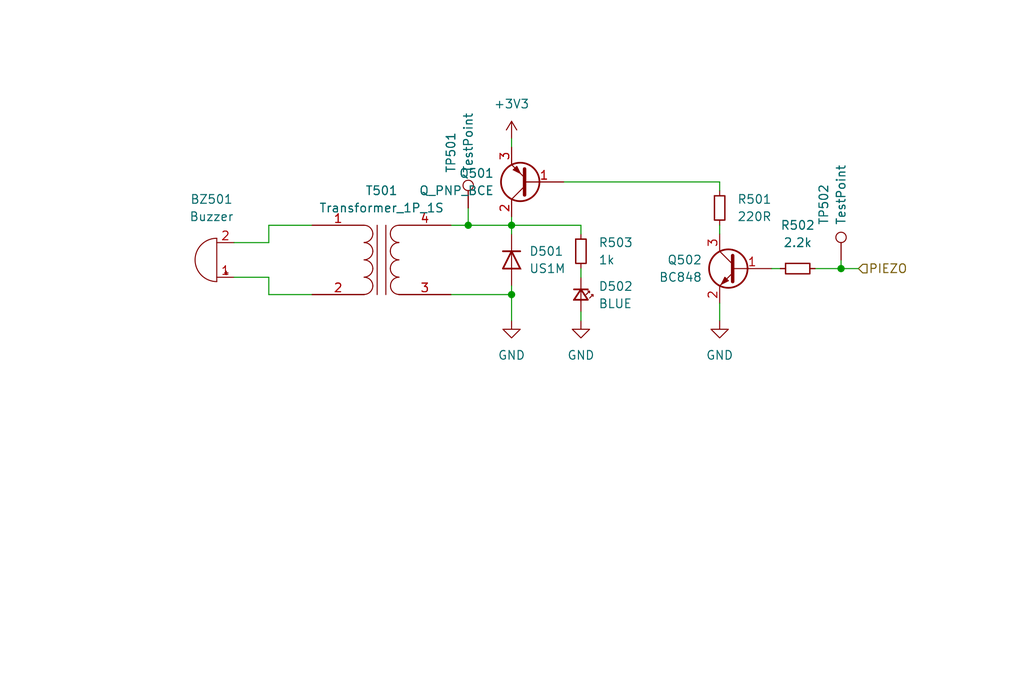
<source format=kicad_sch>
(kicad_sch (version 20211123) (generator eeschema)

  (uuid 94246e37-62b2-4a87-a3de-71d52cba7dd6)

  (paper "User" 150.012 99.9998)

  (lib_symbols
    (symbol "Connector:TestPoint" (pin_numbers hide) (pin_names (offset 0.762) hide) (in_bom yes) (on_board yes)
      (property "Reference" "TP" (id 0) (at 0 6.858 0)
        (effects (font (size 1.27 1.27)))
      )
      (property "Value" "TestPoint" (id 1) (at 0 5.08 0)
        (effects (font (size 1.27 1.27)))
      )
      (property "Footprint" "" (id 2) (at 5.08 0 0)
        (effects (font (size 1.27 1.27)) hide)
      )
      (property "Datasheet" "~" (id 3) (at 5.08 0 0)
        (effects (font (size 1.27 1.27)) hide)
      )
      (property "ki_keywords" "test point tp" (id 4) (at 0 0 0)
        (effects (font (size 1.27 1.27)) hide)
      )
      (property "ki_description" "test point" (id 5) (at 0 0 0)
        (effects (font (size 1.27 1.27)) hide)
      )
      (property "ki_fp_filters" "Pin* Test*" (id 6) (at 0 0 0)
        (effects (font (size 1.27 1.27)) hide)
      )
      (symbol "TestPoint_0_1"
        (circle (center 0 3.302) (radius 0.762)
          (stroke (width 0) (type default) (color 0 0 0 0))
          (fill (type none))
        )
      )
      (symbol "TestPoint_1_1"
        (pin passive line (at 0 0 90) (length 2.54)
          (name "1" (effects (font (size 1.27 1.27))))
          (number "1" (effects (font (size 1.27 1.27))))
        )
      )
    )
    (symbol "Device:Buzzer" (pin_names (offset 0.0254) hide) (in_bom yes) (on_board yes)
      (property "Reference" "BZ" (id 0) (at 3.81 1.27 0)
        (effects (font (size 1.27 1.27)) (justify left))
      )
      (property "Value" "Buzzer" (id 1) (at 3.81 -1.27 0)
        (effects (font (size 1.27 1.27)) (justify left))
      )
      (property "Footprint" "" (id 2) (at -0.635 2.54 90)
        (effects (font (size 1.27 1.27)) hide)
      )
      (property "Datasheet" "~" (id 3) (at -0.635 2.54 90)
        (effects (font (size 1.27 1.27)) hide)
      )
      (property "ki_keywords" "quartz resonator ceramic" (id 4) (at 0 0 0)
        (effects (font (size 1.27 1.27)) hide)
      )
      (property "ki_description" "Buzzer, polarized" (id 5) (at 0 0 0)
        (effects (font (size 1.27 1.27)) hide)
      )
      (property "ki_fp_filters" "*Buzzer*" (id 6) (at 0 0 0)
        (effects (font (size 1.27 1.27)) hide)
      )
      (symbol "Buzzer_0_1"
        (arc (start 0 -3.175) (mid 3.175 0) (end 0 3.175)
          (stroke (width 0) (type default) (color 0 0 0 0))
          (fill (type none))
        )
        (polyline
          (pts
            (xy -1.651 1.905)
            (xy -1.143 1.905)
          )
          (stroke (width 0) (type default) (color 0 0 0 0))
          (fill (type none))
        )
        (polyline
          (pts
            (xy -1.397 2.159)
            (xy -1.397 1.651)
          )
          (stroke (width 0) (type default) (color 0 0 0 0))
          (fill (type none))
        )
        (polyline
          (pts
            (xy 0 3.175)
            (xy 0 -3.175)
          )
          (stroke (width 0) (type default) (color 0 0 0 0))
          (fill (type none))
        )
      )
      (symbol "Buzzer_1_1"
        (pin passive line (at -2.54 2.54 0) (length 2.54)
          (name "-" (effects (font (size 1.27 1.27))))
          (number "1" (effects (font (size 1.27 1.27))))
        )
        (pin passive line (at -2.54 -2.54 0) (length 2.54)
          (name "+" (effects (font (size 1.27 1.27))))
          (number "2" (effects (font (size 1.27 1.27))))
        )
      )
    )
    (symbol "Device:LED_Small" (pin_numbers hide) (pin_names (offset 0.254) hide) (in_bom yes) (on_board yes)
      (property "Reference" "D" (id 0) (at -1.27 3.175 0)
        (effects (font (size 1.27 1.27)) (justify left))
      )
      (property "Value" "LED_Small" (id 1) (at -4.445 -2.54 0)
        (effects (font (size 1.27 1.27)) (justify left))
      )
      (property "Footprint" "" (id 2) (at 0 0 90)
        (effects (font (size 1.27 1.27)) hide)
      )
      (property "Datasheet" "~" (id 3) (at 0 0 90)
        (effects (font (size 1.27 1.27)) hide)
      )
      (property "ki_keywords" "LED diode light-emitting-diode" (id 4) (at 0 0 0)
        (effects (font (size 1.27 1.27)) hide)
      )
      (property "ki_description" "Light emitting diode, small symbol" (id 5) (at 0 0 0)
        (effects (font (size 1.27 1.27)) hide)
      )
      (property "ki_fp_filters" "LED* LED_SMD:* LED_THT:*" (id 6) (at 0 0 0)
        (effects (font (size 1.27 1.27)) hide)
      )
      (symbol "LED_Small_0_1"
        (polyline
          (pts
            (xy -0.762 -1.016)
            (xy -0.762 1.016)
          )
          (stroke (width 0.254) (type default) (color 0 0 0 0))
          (fill (type none))
        )
        (polyline
          (pts
            (xy 1.016 0)
            (xy -0.762 0)
          )
          (stroke (width 0) (type default) (color 0 0 0 0))
          (fill (type none))
        )
        (polyline
          (pts
            (xy 0.762 -1.016)
            (xy -0.762 0)
            (xy 0.762 1.016)
            (xy 0.762 -1.016)
          )
          (stroke (width 0.254) (type default) (color 0 0 0 0))
          (fill (type none))
        )
        (polyline
          (pts
            (xy 0 0.762)
            (xy -0.508 1.27)
            (xy -0.254 1.27)
            (xy -0.508 1.27)
            (xy -0.508 1.016)
          )
          (stroke (width 0) (type default) (color 0 0 0 0))
          (fill (type none))
        )
        (polyline
          (pts
            (xy 0.508 1.27)
            (xy 0 1.778)
            (xy 0.254 1.778)
            (xy 0 1.778)
            (xy 0 1.524)
          )
          (stroke (width 0) (type default) (color 0 0 0 0))
          (fill (type none))
        )
      )
      (symbol "LED_Small_1_1"
        (pin passive line (at -2.54 0 0) (length 1.778)
          (name "K" (effects (font (size 1.27 1.27))))
          (number "1" (effects (font (size 1.27 1.27))))
        )
        (pin passive line (at 2.54 0 180) (length 1.778)
          (name "A" (effects (font (size 1.27 1.27))))
          (number "2" (effects (font (size 1.27 1.27))))
        )
      )
    )
    (symbol "Device:Q_PNP_BCE" (pin_names (offset 0) hide) (in_bom yes) (on_board yes)
      (property "Reference" "Q" (id 0) (at 5.08 1.27 0)
        (effects (font (size 1.27 1.27)) (justify left))
      )
      (property "Value" "Q_PNP_BCE" (id 1) (at 5.08 -1.27 0)
        (effects (font (size 1.27 1.27)) (justify left))
      )
      (property "Footprint" "" (id 2) (at 5.08 2.54 0)
        (effects (font (size 1.27 1.27)) hide)
      )
      (property "Datasheet" "~" (id 3) (at 0 0 0)
        (effects (font (size 1.27 1.27)) hide)
      )
      (property "ki_keywords" "transistor PNP" (id 4) (at 0 0 0)
        (effects (font (size 1.27 1.27)) hide)
      )
      (property "ki_description" "PNP transistor, base/collector/emitter" (id 5) (at 0 0 0)
        (effects (font (size 1.27 1.27)) hide)
      )
      (symbol "Q_PNP_BCE_0_1"
        (polyline
          (pts
            (xy 0.635 0.635)
            (xy 2.54 2.54)
          )
          (stroke (width 0) (type default) (color 0 0 0 0))
          (fill (type none))
        )
        (polyline
          (pts
            (xy 0.635 -0.635)
            (xy 2.54 -2.54)
            (xy 2.54 -2.54)
          )
          (stroke (width 0) (type default) (color 0 0 0 0))
          (fill (type none))
        )
        (polyline
          (pts
            (xy 0.635 1.905)
            (xy 0.635 -1.905)
            (xy 0.635 -1.905)
          )
          (stroke (width 0.508) (type default) (color 0 0 0 0))
          (fill (type none))
        )
        (polyline
          (pts
            (xy 2.286 -1.778)
            (xy 1.778 -2.286)
            (xy 1.27 -1.27)
            (xy 2.286 -1.778)
            (xy 2.286 -1.778)
          )
          (stroke (width 0) (type default) (color 0 0 0 0))
          (fill (type outline))
        )
        (circle (center 1.27 0) (radius 2.8194)
          (stroke (width 0.254) (type default) (color 0 0 0 0))
          (fill (type none))
        )
      )
      (symbol "Q_PNP_BCE_1_1"
        (pin input line (at -5.08 0 0) (length 5.715)
          (name "B" (effects (font (size 1.27 1.27))))
          (number "1" (effects (font (size 1.27 1.27))))
        )
        (pin passive line (at 2.54 5.08 270) (length 2.54)
          (name "C" (effects (font (size 1.27 1.27))))
          (number "2" (effects (font (size 1.27 1.27))))
        )
        (pin passive line (at 2.54 -5.08 90) (length 2.54)
          (name "E" (effects (font (size 1.27 1.27))))
          (number "3" (effects (font (size 1.27 1.27))))
        )
      )
    )
    (symbol "Device:R_Small" (pin_numbers hide) (pin_names (offset 0.254) hide) (in_bom yes) (on_board yes)
      (property "Reference" "R" (id 0) (at 0.762 0.508 0)
        (effects (font (size 1.27 1.27)) (justify left))
      )
      (property "Value" "R_Small" (id 1) (at 0.762 -1.016 0)
        (effects (font (size 1.27 1.27)) (justify left))
      )
      (property "Footprint" "" (id 2) (at 0 0 0)
        (effects (font (size 1.27 1.27)) hide)
      )
      (property "Datasheet" "~" (id 3) (at 0 0 0)
        (effects (font (size 1.27 1.27)) hide)
      )
      (property "ki_keywords" "R resistor" (id 4) (at 0 0 0)
        (effects (font (size 1.27 1.27)) hide)
      )
      (property "ki_description" "Resistor, small symbol" (id 5) (at 0 0 0)
        (effects (font (size 1.27 1.27)) hide)
      )
      (property "ki_fp_filters" "R_*" (id 6) (at 0 0 0)
        (effects (font (size 1.27 1.27)) hide)
      )
      (symbol "R_Small_0_1"
        (rectangle (start -0.762 1.778) (end 0.762 -1.778)
          (stroke (width 0.2032) (type default) (color 0 0 0 0))
          (fill (type none))
        )
      )
      (symbol "R_Small_1_1"
        (pin passive line (at 0 2.54 270) (length 0.762)
          (name "~" (effects (font (size 1.27 1.27))))
          (number "1" (effects (font (size 1.27 1.27))))
        )
        (pin passive line (at 0 -2.54 90) (length 0.762)
          (name "~" (effects (font (size 1.27 1.27))))
          (number "2" (effects (font (size 1.27 1.27))))
        )
      )
    )
    (symbol "Device:Transformer_1P_1S" (pin_names (offset 1.016) hide) (in_bom yes) (on_board yes)
      (property "Reference" "T" (id 0) (at 0 6.35 0)
        (effects (font (size 1.27 1.27)))
      )
      (property "Value" "Transformer_1P_1S" (id 1) (at 0 -7.62 0)
        (effects (font (size 1.27 1.27)))
      )
      (property "Footprint" "" (id 2) (at 0 0 0)
        (effects (font (size 1.27 1.27)) hide)
      )
      (property "Datasheet" "~" (id 3) (at 0 0 0)
        (effects (font (size 1.27 1.27)) hide)
      )
      (property "ki_keywords" "transformer coil magnet" (id 4) (at 0 0 0)
        (effects (font (size 1.27 1.27)) hide)
      )
      (property "ki_description" "Transformer, single primary, single secondary" (id 5) (at 0 0 0)
        (effects (font (size 1.27 1.27)) hide)
      )
      (symbol "Transformer_1P_1S_0_1"
        (arc (start -2.54 -5.0546) (mid -1.6599 -4.6901) (end -1.27 -3.81)
          (stroke (width 0) (type default) (color 0 0 0 0))
          (fill (type none))
        )
        (arc (start -2.54 -2.5146) (mid -1.6599 -2.1501) (end -1.27 -1.27)
          (stroke (width 0) (type default) (color 0 0 0 0))
          (fill (type none))
        )
        (arc (start -2.54 0.0254) (mid -1.6599 0.3899) (end -1.27 1.27)
          (stroke (width 0) (type default) (color 0 0 0 0))
          (fill (type none))
        )
        (arc (start -2.54 2.5654) (mid -1.6599 2.9299) (end -1.27 3.81)
          (stroke (width 0) (type default) (color 0 0 0 0))
          (fill (type none))
        )
        (arc (start -1.27 -3.81) (mid -1.642 -2.912) (end -2.54 -2.54)
          (stroke (width 0) (type default) (color 0 0 0 0))
          (fill (type none))
        )
        (arc (start -1.27 -1.27) (mid -1.642 -0.372) (end -2.54 0)
          (stroke (width 0) (type default) (color 0 0 0 0))
          (fill (type none))
        )
        (arc (start -1.27 1.27) (mid -1.642 2.168) (end -2.54 2.54)
          (stroke (width 0) (type default) (color 0 0 0 0))
          (fill (type none))
        )
        (arc (start -1.27 3.81) (mid -1.642 4.708) (end -2.54 5.08)
          (stroke (width 0) (type default) (color 0 0 0 0))
          (fill (type none))
        )
        (polyline
          (pts
            (xy -0.635 5.08)
            (xy -0.635 -5.08)
          )
          (stroke (width 0) (type default) (color 0 0 0 0))
          (fill (type none))
        )
        (polyline
          (pts
            (xy 0.635 -5.08)
            (xy 0.635 5.08)
          )
          (stroke (width 0) (type default) (color 0 0 0 0))
          (fill (type none))
        )
        (arc (start 1.2954 -1.27) (mid 1.6599 -2.1501) (end 2.54 -2.5146)
          (stroke (width 0) (type default) (color 0 0 0 0))
          (fill (type none))
        )
        (arc (start 1.2954 1.27) (mid 1.6599 0.3899) (end 2.54 0.0254)
          (stroke (width 0) (type default) (color 0 0 0 0))
          (fill (type none))
        )
        (arc (start 1.2954 3.81) (mid 1.6599 2.9299) (end 2.54 2.5654)
          (stroke (width 0) (type default) (color 0 0 0 0))
          (fill (type none))
        )
        (arc (start 1.3208 -3.81) (mid 1.6853 -4.6901) (end 2.5654 -5.0546)
          (stroke (width 0) (type default) (color 0 0 0 0))
          (fill (type none))
        )
        (arc (start 2.54 0) (mid 1.642 -0.372) (end 1.2954 -1.27)
          (stroke (width 0) (type default) (color 0 0 0 0))
          (fill (type none))
        )
        (arc (start 2.54 2.54) (mid 1.642 2.168) (end 1.2954 1.27)
          (stroke (width 0) (type default) (color 0 0 0 0))
          (fill (type none))
        )
        (arc (start 2.54 5.08) (mid 1.642 4.708) (end 1.2954 3.81)
          (stroke (width 0) (type default) (color 0 0 0 0))
          (fill (type none))
        )
        (arc (start 2.5654 -2.54) (mid 1.6674 -2.912) (end 1.3208 -3.81)
          (stroke (width 0) (type default) (color 0 0 0 0))
          (fill (type none))
        )
      )
      (symbol "Transformer_1P_1S_1_1"
        (pin passive line (at -10.16 5.08 0) (length 7.62)
          (name "AA" (effects (font (size 1.27 1.27))))
          (number "1" (effects (font (size 1.27 1.27))))
        )
        (pin passive line (at -10.16 -5.08 0) (length 7.62)
          (name "AB" (effects (font (size 1.27 1.27))))
          (number "2" (effects (font (size 1.27 1.27))))
        )
        (pin passive line (at 10.16 -5.08 180) (length 7.62)
          (name "SA" (effects (font (size 1.27 1.27))))
          (number "3" (effects (font (size 1.27 1.27))))
        )
        (pin passive line (at 10.16 5.08 180) (length 7.62)
          (name "SB" (effects (font (size 1.27 1.27))))
          (number "4" (effects (font (size 1.27 1.27))))
        )
      )
    )
    (symbol "Diode:US1M" (pin_numbers hide) (pin_names (offset 1.016) hide) (in_bom yes) (on_board yes)
      (property "Reference" "D" (id 0) (at 0 2.54 0)
        (effects (font (size 1.27 1.27)))
      )
      (property "Value" "US1M" (id 1) (at 0 -2.54 0)
        (effects (font (size 1.27 1.27)))
      )
      (property "Footprint" "Diode_SMD:D_SMA" (id 2) (at 0 -4.445 0)
        (effects (font (size 1.27 1.27)) hide)
      )
      (property "Datasheet" "https://www.diodes.com/assets/Datasheets/ds16008.pdf" (id 3) (at 0 0 0)
        (effects (font (size 1.27 1.27)) hide)
      )
      (property "ki_keywords" "Ultra Fast" (id 4) (at 0 0 0)
        (effects (font (size 1.27 1.27)) hide)
      )
      (property "ki_description" "1000V, 1A, General Purpose Rectifier Diode, SMA(DO-214AC)" (id 5) (at 0 0 0)
        (effects (font (size 1.27 1.27)) hide)
      )
      (property "ki_fp_filters" "D*SMA*" (id 6) (at 0 0 0)
        (effects (font (size 1.27 1.27)) hide)
      )
      (symbol "US1M_0_1"
        (polyline
          (pts
            (xy -1.27 1.27)
            (xy -1.27 -1.27)
          )
          (stroke (width 0.254) (type default) (color 0 0 0 0))
          (fill (type none))
        )
        (polyline
          (pts
            (xy 1.27 0)
            (xy -1.27 0)
          )
          (stroke (width 0) (type default) (color 0 0 0 0))
          (fill (type none))
        )
        (polyline
          (pts
            (xy 1.27 1.27)
            (xy 1.27 -1.27)
            (xy -1.27 0)
            (xy 1.27 1.27)
          )
          (stroke (width 0.254) (type default) (color 0 0 0 0))
          (fill (type none))
        )
      )
      (symbol "US1M_1_1"
        (pin passive line (at -3.81 0 0) (length 2.54)
          (name "K" (effects (font (size 1.27 1.27))))
          (number "1" (effects (font (size 1.27 1.27))))
        )
        (pin passive line (at 3.81 0 180) (length 2.54)
          (name "A" (effects (font (size 1.27 1.27))))
          (number "2" (effects (font (size 1.27 1.27))))
        )
      )
    )
    (symbol "Transistor_BJT:BC848" (pin_names (offset 0) hide) (in_bom yes) (on_board yes)
      (property "Reference" "Q" (id 0) (at 5.08 1.905 0)
        (effects (font (size 1.27 1.27)) (justify left))
      )
      (property "Value" "BC848" (id 1) (at 5.08 0 0)
        (effects (font (size 1.27 1.27)) (justify left))
      )
      (property "Footprint" "Package_TO_SOT_SMD:SOT-23" (id 2) (at 5.08 -1.905 0)
        (effects (font (size 1.27 1.27) italic) (justify left) hide)
      )
      (property "Datasheet" "http://www.infineon.com/dgdl/Infineon-BC847SERIES_BC848SERIES_BC849SERIES_BC850SERIES-DS-v01_01-en.pdf?fileId=db3a304314dca389011541d4630a1657" (id 3) (at 0 0 0)
        (effects (font (size 1.27 1.27)) (justify left) hide)
      )
      (property "ki_keywords" "NPN Small Signal Transistor" (id 4) (at 0 0 0)
        (effects (font (size 1.27 1.27)) hide)
      )
      (property "ki_description" "0.1A Ic, 30V Vce, NPN Transistor, SOT-23" (id 5) (at 0 0 0)
        (effects (font (size 1.27 1.27)) hide)
      )
      (property "ki_fp_filters" "SOT?23*" (id 6) (at 0 0 0)
        (effects (font (size 1.27 1.27)) hide)
      )
      (symbol "BC848_0_1"
        (polyline
          (pts
            (xy 0.635 0.635)
            (xy 2.54 2.54)
          )
          (stroke (width 0) (type default) (color 0 0 0 0))
          (fill (type none))
        )
        (polyline
          (pts
            (xy 0.635 -0.635)
            (xy 2.54 -2.54)
            (xy 2.54 -2.54)
          )
          (stroke (width 0) (type default) (color 0 0 0 0))
          (fill (type none))
        )
        (polyline
          (pts
            (xy 0.635 1.905)
            (xy 0.635 -1.905)
            (xy 0.635 -1.905)
          )
          (stroke (width 0.508) (type default) (color 0 0 0 0))
          (fill (type none))
        )
        (polyline
          (pts
            (xy 1.27 -1.778)
            (xy 1.778 -1.27)
            (xy 2.286 -2.286)
            (xy 1.27 -1.778)
            (xy 1.27 -1.778)
          )
          (stroke (width 0) (type default) (color 0 0 0 0))
          (fill (type outline))
        )
        (circle (center 1.27 0) (radius 2.8194)
          (stroke (width 0.254) (type default) (color 0 0 0 0))
          (fill (type none))
        )
      )
      (symbol "BC848_1_1"
        (pin input line (at -5.08 0 0) (length 5.715)
          (name "B" (effects (font (size 1.27 1.27))))
          (number "1" (effects (font (size 1.27 1.27))))
        )
        (pin passive line (at 2.54 -5.08 90) (length 2.54)
          (name "E" (effects (font (size 1.27 1.27))))
          (number "2" (effects (font (size 1.27 1.27))))
        )
        (pin passive line (at 2.54 5.08 270) (length 2.54)
          (name "C" (effects (font (size 1.27 1.27))))
          (number "3" (effects (font (size 1.27 1.27))))
        )
      )
    )
    (symbol "power:+3V3" (power) (pin_names (offset 0)) (in_bom yes) (on_board yes)
      (property "Reference" "#PWR" (id 0) (at 0 -3.81 0)
        (effects (font (size 1.27 1.27)) hide)
      )
      (property "Value" "+3V3" (id 1) (at 0 3.556 0)
        (effects (font (size 1.27 1.27)))
      )
      (property "Footprint" "" (id 2) (at 0 0 0)
        (effects (font (size 1.27 1.27)) hide)
      )
      (property "Datasheet" "" (id 3) (at 0 0 0)
        (effects (font (size 1.27 1.27)) hide)
      )
      (property "ki_keywords" "power-flag" (id 4) (at 0 0 0)
        (effects (font (size 1.27 1.27)) hide)
      )
      (property "ki_description" "Power symbol creates a global label with name \"+3V3\"" (id 5) (at 0 0 0)
        (effects (font (size 1.27 1.27)) hide)
      )
      (symbol "+3V3_0_1"
        (polyline
          (pts
            (xy -0.762 1.27)
            (xy 0 2.54)
          )
          (stroke (width 0) (type default) (color 0 0 0 0))
          (fill (type none))
        )
        (polyline
          (pts
            (xy 0 0)
            (xy 0 2.54)
          )
          (stroke (width 0) (type default) (color 0 0 0 0))
          (fill (type none))
        )
        (polyline
          (pts
            (xy 0 2.54)
            (xy 0.762 1.27)
          )
          (stroke (width 0) (type default) (color 0 0 0 0))
          (fill (type none))
        )
      )
      (symbol "+3V3_1_1"
        (pin power_in line (at 0 0 90) (length 0) hide
          (name "+3V3" (effects (font (size 1.27 1.27))))
          (number "1" (effects (font (size 1.27 1.27))))
        )
      )
    )
    (symbol "power:GND" (power) (pin_names (offset 0)) (in_bom yes) (on_board yes)
      (property "Reference" "#PWR" (id 0) (at 0 -6.35 0)
        (effects (font (size 1.27 1.27)) hide)
      )
      (property "Value" "GND" (id 1) (at 0 -3.81 0)
        (effects (font (size 1.27 1.27)))
      )
      (property "Footprint" "" (id 2) (at 0 0 0)
        (effects (font (size 1.27 1.27)) hide)
      )
      (property "Datasheet" "" (id 3) (at 0 0 0)
        (effects (font (size 1.27 1.27)) hide)
      )
      (property "ki_keywords" "power-flag" (id 4) (at 0 0 0)
        (effects (font (size 1.27 1.27)) hide)
      )
      (property "ki_description" "Power symbol creates a global label with name \"GND\" , ground" (id 5) (at 0 0 0)
        (effects (font (size 1.27 1.27)) hide)
      )
      (symbol "GND_0_1"
        (polyline
          (pts
            (xy 0 0)
            (xy 0 -1.27)
            (xy 1.27 -1.27)
            (xy 0 -2.54)
            (xy -1.27 -1.27)
            (xy 0 -1.27)
          )
          (stroke (width 0) (type default) (color 0 0 0 0))
          (fill (type none))
        )
      )
      (symbol "GND_1_1"
        (pin power_in line (at 0 0 270) (length 0) hide
          (name "GND" (effects (font (size 1.27 1.27))))
          (number "1" (effects (font (size 1.27 1.27))))
        )
      )
    )
  )

  (junction (at 74.93 43.18) (diameter 0) (color 0 0 0 0)
    (uuid 118695eb-8d2c-4557-a4e4-7228cfdab45b)
  )
  (junction (at 123.19 39.37) (diameter 0) (color 0 0 0 0)
    (uuid d7483aa3-d3ab-47fd-951a-1f8adc1bbf6c)
  )
  (junction (at 74.93 33.02) (diameter 0) (color 0 0 0 0)
    (uuid dcc212a8-2e5c-4cf3-ab30-58f0efbcff0a)
  )
  (junction (at 68.58 33.02) (diameter 0) (color 0 0 0 0)
    (uuid e4bcd7f7-12e2-4120-91f1-41d07fdc6b6e)
  )

  (wire (pts (xy 85.09 34.29) (xy 85.09 33.02))
    (stroke (width 0) (type default) (color 0 0 0 0))
    (uuid 0d060598-9370-4123-9e80-73758a95cfdd)
  )
  (wire (pts (xy 113.03 39.37) (xy 114.3 39.37))
    (stroke (width 0) (type default) (color 0 0 0 0))
    (uuid 0db32d03-abd0-4233-88a2-88f92d799796)
  )
  (wire (pts (xy 34.29 35.56) (xy 39.37 35.56))
    (stroke (width 0) (type default) (color 0 0 0 0))
    (uuid 1fce39ee-867c-4951-9b2b-e1c37d572cbe)
  )
  (wire (pts (xy 68.58 33.02) (xy 68.58 30.48))
    (stroke (width 0) (type default) (color 0 0 0 0))
    (uuid 281a628c-9b56-4be5-b83b-76a35d181390)
  )
  (wire (pts (xy 74.93 20.32) (xy 74.93 21.59))
    (stroke (width 0) (type default) (color 0 0 0 0))
    (uuid 2aad44ad-a645-4e98-8f97-2a2fceb1017b)
  )
  (wire (pts (xy 66.04 43.18) (xy 74.93 43.18))
    (stroke (width 0) (type default) (color 0 0 0 0))
    (uuid 4ef98097-fb6a-4c39-9623-ecd48df32ed0)
  )
  (wire (pts (xy 105.41 26.67) (xy 105.41 27.94))
    (stroke (width 0) (type default) (color 0 0 0 0))
    (uuid 69b3686f-5506-421e-a503-89c04c917631)
  )
  (wire (pts (xy 105.41 44.45) (xy 105.41 46.99))
    (stroke (width 0) (type default) (color 0 0 0 0))
    (uuid 6c1fb03e-fc89-4e7f-bbc1-471f1e5af99e)
  )
  (wire (pts (xy 66.04 33.02) (xy 68.58 33.02))
    (stroke (width 0) (type default) (color 0 0 0 0))
    (uuid 75f69fa6-67a8-408c-ac45-2654fefdc7ab)
  )
  (wire (pts (xy 105.41 33.02) (xy 105.41 34.29))
    (stroke (width 0) (type default) (color 0 0 0 0))
    (uuid 7b122efd-0715-44fe-92bf-105d94a528b1)
  )
  (wire (pts (xy 82.55 26.67) (xy 105.41 26.67))
    (stroke (width 0) (type default) (color 0 0 0 0))
    (uuid 7df82e53-c12b-4455-8527-1e9bc2b78ea6)
  )
  (wire (pts (xy 119.38 39.37) (xy 123.19 39.37))
    (stroke (width 0) (type default) (color 0 0 0 0))
    (uuid 81400a26-8972-485d-8d2d-0a5e03246e17)
  )
  (wire (pts (xy 85.09 45.72) (xy 85.09 46.99))
    (stroke (width 0) (type default) (color 0 0 0 0))
    (uuid 83d3cf97-f250-45d9-94e8-fd8beaca1d49)
  )
  (wire (pts (xy 39.37 33.02) (xy 45.72 33.02))
    (stroke (width 0) (type default) (color 0 0 0 0))
    (uuid 86f7a29d-97a8-47c2-a6a4-296abd059395)
  )
  (wire (pts (xy 85.09 39.37) (xy 85.09 40.64))
    (stroke (width 0) (type default) (color 0 0 0 0))
    (uuid 890f82e4-d043-4e88-9116-cc2be655782a)
  )
  (wire (pts (xy 39.37 43.18) (xy 45.72 43.18))
    (stroke (width 0) (type default) (color 0 0 0 0))
    (uuid 9e280be0-2507-4518-af34-c18cde4066ec)
  )
  (wire (pts (xy 34.29 40.64) (xy 39.37 40.64))
    (stroke (width 0) (type default) (color 0 0 0 0))
    (uuid abb433a1-7ef2-401a-8839-e76d0b05eada)
  )
  (wire (pts (xy 74.93 33.02) (xy 74.93 34.29))
    (stroke (width 0) (type default) (color 0 0 0 0))
    (uuid ad3b09b7-d4d2-4afb-94a2-d7f202b7871e)
  )
  (wire (pts (xy 85.09 33.02) (xy 74.93 33.02))
    (stroke (width 0) (type default) (color 0 0 0 0))
    (uuid ae68e070-3a99-456c-8cd5-1833061e93d5)
  )
  (wire (pts (xy 74.93 31.75) (xy 74.93 33.02))
    (stroke (width 0) (type default) (color 0 0 0 0))
    (uuid b48a4cdb-ec42-4549-9e99-58beae2410f9)
  )
  (wire (pts (xy 68.58 33.02) (xy 74.93 33.02))
    (stroke (width 0) (type default) (color 0 0 0 0))
    (uuid c23ffac7-7905-4324-ae72-81bb4db1a98d)
  )
  (wire (pts (xy 123.19 38.1) (xy 123.19 39.37))
    (stroke (width 0) (type default) (color 0 0 0 0))
    (uuid c728e812-fe31-45af-a161-244258c4a89d)
  )
  (wire (pts (xy 74.93 43.18) (xy 74.93 46.99))
    (stroke (width 0) (type default) (color 0 0 0 0))
    (uuid cbf313a0-5da0-46b5-8385-fc322ed2e692)
  )
  (wire (pts (xy 39.37 40.64) (xy 39.37 43.18))
    (stroke (width 0) (type default) (color 0 0 0 0))
    (uuid e0598444-f16a-4645-94f3-79a0e9e48de0)
  )
  (wire (pts (xy 39.37 35.56) (xy 39.37 33.02))
    (stroke (width 0) (type default) (color 0 0 0 0))
    (uuid e2689148-8b67-4e43-93ef-4b1b927e5eec)
  )
  (wire (pts (xy 74.93 43.18) (xy 74.93 41.91))
    (stroke (width 0) (type default) (color 0 0 0 0))
    (uuid f395e634-e1de-4280-aa51-42ba45389f75)
  )
  (wire (pts (xy 123.19 39.37) (xy 125.73 39.37))
    (stroke (width 0) (type default) (color 0 0 0 0))
    (uuid fca86437-0cc1-4d3e-a38f-3409fca913ff)
  )

  (hierarchical_label "PIEZO" (shape input) (at 125.73 39.37 0)
    (effects (font (size 1.27 1.27)) (justify left))
    (uuid 734bcbed-0f63-4a7b-9930-c2c997a2a918)
  )

  (symbol (lib_id "power:GND") (at 85.09 46.99 0) (unit 1)
    (in_bom yes) (on_board yes) (fields_autoplaced)
    (uuid 05f99bf9-62a6-4ea4-8cb6-5ac1d8f28bd0)
    (property "Reference" "#PWR0134" (id 0) (at 85.09 53.34 0)
      (effects (font (size 1.27 1.27)) hide)
    )
    (property "Value" "GND" (id 1) (at 85.09 52.07 0))
    (property "Footprint" "" (id 2) (at 85.09 46.99 0)
      (effects (font (size 1.27 1.27)) hide)
    )
    (property "Datasheet" "" (id 3) (at 85.09 46.99 0)
      (effects (font (size 1.27 1.27)) hide)
    )
    (pin "1" (uuid b0dbc36d-fe1a-45d6-9914-c55a51dc0921))
  )

  (symbol (lib_id "Device:R_Small") (at 105.41 30.48 180) (unit 1)
    (in_bom yes) (on_board yes) (fields_autoplaced)
    (uuid 1094928b-6262-40a4-a663-5905322b01f3)
    (property "Reference" "R501" (id 0) (at 107.95 29.2099 0)
      (effects (font (size 1.27 1.27)) (justify right))
    )
    (property "Value" "220R" (id 1) (at 107.95 31.7499 0)
      (effects (font (size 1.27 1.27)) (justify right))
    )
    (property "Footprint" "Resistor_SMD:R_0603_1608Metric" (id 2) (at 105.41 30.48 0)
      (effects (font (size 1.27 1.27)) hide)
    )
    (property "Datasheet" "~" (id 3) (at 105.41 30.48 0)
      (effects (font (size 1.27 1.27)) hide)
    )
    (pin "1" (uuid 97372a0e-8b81-4d53-8ebf-cbdc44bd677f))
    (pin "2" (uuid 5512a5f8-272c-47d3-b7cb-f9eaab622de2))
  )

  (symbol (lib_id "Device:R_Small") (at 116.84 39.37 90) (unit 1)
    (in_bom yes) (on_board yes) (fields_autoplaced)
    (uuid 2b449eb0-00b7-4d11-88d0-0fe90fad37e3)
    (property "Reference" "R502" (id 0) (at 116.84 33.02 90))
    (property "Value" "2.2k" (id 1) (at 116.84 35.56 90))
    (property "Footprint" "Resistor_SMD:R_0603_1608Metric" (id 2) (at 116.84 39.37 0)
      (effects (font (size 1.27 1.27)) hide)
    )
    (property "Datasheet" "~" (id 3) (at 116.84 39.37 0)
      (effects (font (size 1.27 1.27)) hide)
    )
    (pin "1" (uuid 80d46040-8c57-4f13-9c3c-28eea1d9aeb0))
    (pin "2" (uuid 3a22264c-8c05-4ddb-9d89-97d74a7fef80))
  )

  (symbol (lib_id "Diode:US1M") (at 74.93 38.1 270) (unit 1)
    (in_bom yes) (on_board yes) (fields_autoplaced)
    (uuid 544ca3f1-c38b-489c-9f0d-58702c35368d)
    (property "Reference" "D501" (id 0) (at 77.47 36.8299 90)
      (effects (font (size 1.27 1.27)) (justify left))
    )
    (property "Value" "US1M" (id 1) (at 77.47 39.3699 90)
      (effects (font (size 1.27 1.27)) (justify left))
    )
    (property "Footprint" "Diode_SMD:D_SMA" (id 2) (at 70.485 38.1 0)
      (effects (font (size 1.27 1.27)) hide)
    )
    (property "Datasheet" "https://www.diodes.com/assets/Datasheets/ds16008.pdf" (id 3) (at 74.93 38.1 0)
      (effects (font (size 1.27 1.27)) hide)
    )
    (pin "1" (uuid 5da24073-d6fc-425a-90af-1010d3d4db2a))
    (pin "2" (uuid 641952b7-3531-40f0-9820-3c04d1cf0633))
  )

  (symbol (lib_id "Connector:TestPoint") (at 68.58 30.48 0) (unit 1)
    (in_bom yes) (on_board yes)
    (uuid 54a2df42-01fc-4a1f-a1eb-f0d60a3f5ed2)
    (property "Reference" "TP501" (id 0) (at 66.04 25.4 90)
      (effects (font (size 1.27 1.27)) (justify left))
    )
    (property "Value" "TestPoint" (id 1) (at 68.58 25.4 90)
      (effects (font (size 1.27 1.27)) (justify left))
    )
    (property "Footprint" "TestPoint:TestPoint_Pad_D1.0mm" (id 2) (at 73.66 30.48 0)
      (effects (font (size 1.27 1.27)) hide)
    )
    (property "Datasheet" "~" (id 3) (at 73.66 30.48 0)
      (effects (font (size 1.27 1.27)) hide)
    )
    (pin "1" (uuid 98b72668-149c-4da2-a249-41cf2beee041))
  )

  (symbol (lib_id "Device:LED_Small") (at 85.09 43.18 270) (unit 1)
    (in_bom yes) (on_board yes) (fields_autoplaced)
    (uuid 5e113275-9cc5-40a1-9664-7002f927e1d9)
    (property "Reference" "D502" (id 0) (at 87.63 41.9734 90)
      (effects (font (size 1.27 1.27)) (justify left))
    )
    (property "Value" "BLUE" (id 1) (at 87.63 44.5134 90)
      (effects (font (size 1.27 1.27)) (justify left))
    )
    (property "Footprint" "LED_SMD:LED_0603_1608Metric" (id 2) (at 85.09 43.18 90)
      (effects (font (size 1.27 1.27)) hide)
    )
    (property "Datasheet" "~" (id 3) (at 85.09 43.18 90)
      (effects (font (size 1.27 1.27)) hide)
    )
    (pin "1" (uuid a4a1a637-9e5e-4e99-a37d-a5850517ed0e))
    (pin "2" (uuid 98180d04-d763-4a8b-b691-f16712e00023))
  )

  (symbol (lib_id "power:+3V3") (at 74.93 20.32 0) (unit 1)
    (in_bom yes) (on_board yes) (fields_autoplaced)
    (uuid 69fb0014-93eb-4a6d-9b58-e6e6013e47c9)
    (property "Reference" "#PWR0501" (id 0) (at 74.93 24.13 0)
      (effects (font (size 1.27 1.27)) hide)
    )
    (property "Value" "+3V3" (id 1) (at 74.93 15.24 0))
    (property "Footprint" "" (id 2) (at 74.93 20.32 0)
      (effects (font (size 1.27 1.27)) hide)
    )
    (property "Datasheet" "" (id 3) (at 74.93 20.32 0)
      (effects (font (size 1.27 1.27)) hide)
    )
    (pin "1" (uuid 4be43cb9-e4ad-42fa-99a3-5a87096163e7))
  )

  (symbol (lib_id "Transistor_BJT:BC848") (at 107.95 39.37 0) (mirror y) (unit 1)
    (in_bom yes) (on_board yes) (fields_autoplaced)
    (uuid 7563331b-23b0-4e1b-bdc0-6e543625a537)
    (property "Reference" "Q502" (id 0) (at 102.87 38.0999 0)
      (effects (font (size 1.27 1.27)) (justify left))
    )
    (property "Value" "BC848" (id 1) (at 102.87 40.6399 0)
      (effects (font (size 1.27 1.27)) (justify left))
    )
    (property "Footprint" "Package_TO_SOT_SMD:SOT-23" (id 2) (at 102.87 41.275 0)
      (effects (font (size 1.27 1.27) italic) (justify left) hide)
    )
    (property "Datasheet" "http://www.infineon.com/dgdl/Infineon-BC847SERIES_BC848SERIES_BC849SERIES_BC850SERIES-DS-v01_01-en.pdf?fileId=db3a304314dca389011541d4630a1657" (id 3) (at 107.95 39.37 0)
      (effects (font (size 1.27 1.27)) (justify left) hide)
    )
    (pin "1" (uuid f0dee39d-a67c-4ab2-96a4-ba43890bd5f6))
    (pin "2" (uuid 238aa84d-6976-406d-8fad-19c6ad15fd5b))
    (pin "3" (uuid 1c343004-9962-4d54-8f1f-f74154640af7))
  )

  (symbol (lib_id "Device:Q_PNP_BCE") (at 77.47 26.67 180) (unit 1)
    (in_bom yes) (on_board yes) (fields_autoplaced)
    (uuid 7da5618b-6597-4be2-86f7-a7daca5e6fca)
    (property "Reference" "Q501" (id 0) (at 72.39 25.3999 0)
      (effects (font (size 1.27 1.27)) (justify left))
    )
    (property "Value" "Q_PNP_BCE" (id 1) (at 72.39 27.9399 0)
      (effects (font (size 1.27 1.27)) (justify left))
    )
    (property "Footprint" "Package_TO_SOT_SMD:SOT-23" (id 2) (at 72.39 29.21 0)
      (effects (font (size 1.27 1.27)) hide)
    )
    (property "Datasheet" "~" (id 3) (at 77.47 26.67 0)
      (effects (font (size 1.27 1.27)) hide)
    )
    (pin "1" (uuid 609fe9e6-2de4-41e5-a175-9cce1408413e))
    (pin "2" (uuid ad97ce7b-f8b4-43ac-877b-57dff32a5909))
    (pin "3" (uuid 6f083781-b7f1-45a0-8bff-ac5b52f11050))
  )

  (symbol (lib_id "Device:Transformer_1P_1S") (at 55.88 38.1 0) (unit 1)
    (in_bom yes) (on_board yes) (fields_autoplaced)
    (uuid 9fb7d3c5-4f06-4453-b607-841bea708cdc)
    (property "Reference" "T501" (id 0) (at 55.8927 27.94 0))
    (property "Value" "Transformer_1P_1S" (id 1) (at 55.8927 30.48 0))
    (property "Footprint" "Transformer_THT:Transformer_Toroid_Horizontal_D9.0mm_Amidon-T30" (id 2) (at 55.88 38.1 0)
      (effects (font (size 1.27 1.27)) hide)
    )
    (property "Datasheet" "~" (id 3) (at 55.88 38.1 0)
      (effects (font (size 1.27 1.27)) hide)
    )
    (pin "1" (uuid 3478ff25-381e-4abb-b4c9-3c8b6e210354))
    (pin "2" (uuid 43436c12-0210-4ab9-a8df-69d57183662e))
    (pin "3" (uuid d1e3cc7d-a3a6-4faa-acc2-46db73997807))
    (pin "4" (uuid bde8a9bd-fd7f-48db-83a6-5aa04eef83b4))
  )

  (symbol (lib_id "Device:R_Small") (at 85.09 36.83 0) (unit 1)
    (in_bom yes) (on_board yes) (fields_autoplaced)
    (uuid a990ee1b-e6c6-457c-becd-d828cf62ac52)
    (property "Reference" "R503" (id 0) (at 87.63 35.5599 0)
      (effects (font (size 1.27 1.27)) (justify left))
    )
    (property "Value" "1k" (id 1) (at 87.63 38.0999 0)
      (effects (font (size 1.27 1.27)) (justify left))
    )
    (property "Footprint" "Resistor_SMD:R_0603_1608Metric" (id 2) (at 85.09 36.83 0)
      (effects (font (size 1.27 1.27)) hide)
    )
    (property "Datasheet" "~" (id 3) (at 85.09 36.83 0)
      (effects (font (size 1.27 1.27)) hide)
    )
    (pin "1" (uuid 08d8f500-0d8f-4f79-8548-6ca39af5aa56))
    (pin "2" (uuid 41f4d444-84f2-47ed-8d75-eff82cd26502))
  )

  (symbol (lib_id "Device:Buzzer") (at 31.75 38.1 180) (unit 1)
    (in_bom yes) (on_board yes) (fields_autoplaced)
    (uuid cfaceeb0-cddf-43d3-b9a6-05b8a38b7eea)
    (property "Reference" "BZ501" (id 0) (at 30.988 29.21 0))
    (property "Value" "Buzzer" (id 1) (at 30.988 31.75 0))
    (property "Footprint" "Buzzer_Beeper:Buzzer_12x9.5RM7.6" (id 2) (at 32.385 40.64 90)
      (effects (font (size 1.27 1.27)) hide)
    )
    (property "Datasheet" "~" (id 3) (at 32.385 40.64 90)
      (effects (font (size 1.27 1.27)) hide)
    )
    (pin "1" (uuid 90cf4c77-5b48-4132-8892-2dcb3a0fc50b))
    (pin "2" (uuid 5bd2a1ac-43e0-4c71-8c52-ed541da85483))
  )

  (symbol (lib_id "power:GND") (at 74.93 46.99 0) (unit 1)
    (in_bom yes) (on_board yes) (fields_autoplaced)
    (uuid dcbd7ed1-58a7-4a47-a0bd-a6076be29fc1)
    (property "Reference" "#PWR0502" (id 0) (at 74.93 53.34 0)
      (effects (font (size 1.27 1.27)) hide)
    )
    (property "Value" "GND" (id 1) (at 74.93 52.07 0))
    (property "Footprint" "" (id 2) (at 74.93 46.99 0)
      (effects (font (size 1.27 1.27)) hide)
    )
    (property "Datasheet" "" (id 3) (at 74.93 46.99 0)
      (effects (font (size 1.27 1.27)) hide)
    )
    (pin "1" (uuid 04a03e9a-d4ec-4a4b-ae0c-aa11eb4c6f06))
  )

  (symbol (lib_id "Connector:TestPoint") (at 123.19 38.1 0) (unit 1)
    (in_bom yes) (on_board yes)
    (uuid f5dab2af-231a-4419-964c-29972a6ef35a)
    (property "Reference" "TP502" (id 0) (at 120.65 33.02 90)
      (effects (font (size 1.27 1.27)) (justify left))
    )
    (property "Value" "TestPoint" (id 1) (at 123.19 33.02 90)
      (effects (font (size 1.27 1.27)) (justify left))
    )
    (property "Footprint" "TestPoint:TestPoint_Pad_D1.0mm" (id 2) (at 128.27 38.1 0)
      (effects (font (size 1.27 1.27)) hide)
    )
    (property "Datasheet" "~" (id 3) (at 128.27 38.1 0)
      (effects (font (size 1.27 1.27)) hide)
    )
    (pin "1" (uuid 21bee8b4-303c-4f97-bf57-2df98b926ead))
  )

  (symbol (lib_id "power:GND") (at 105.41 46.99 0) (unit 1)
    (in_bom yes) (on_board yes) (fields_autoplaced)
    (uuid fda51776-94af-4f03-bc69-8faf2c021b23)
    (property "Reference" "#PWR0503" (id 0) (at 105.41 53.34 0)
      (effects (font (size 1.27 1.27)) hide)
    )
    (property "Value" "GND" (id 1) (at 105.41 52.07 0))
    (property "Footprint" "" (id 2) (at 105.41 46.99 0)
      (effects (font (size 1.27 1.27)) hide)
    )
    (property "Datasheet" "" (id 3) (at 105.41 46.99 0)
      (effects (font (size 1.27 1.27)) hide)
    )
    (pin "1" (uuid 86938cdf-d671-496d-8acf-81edbb320658))
  )
)

</source>
